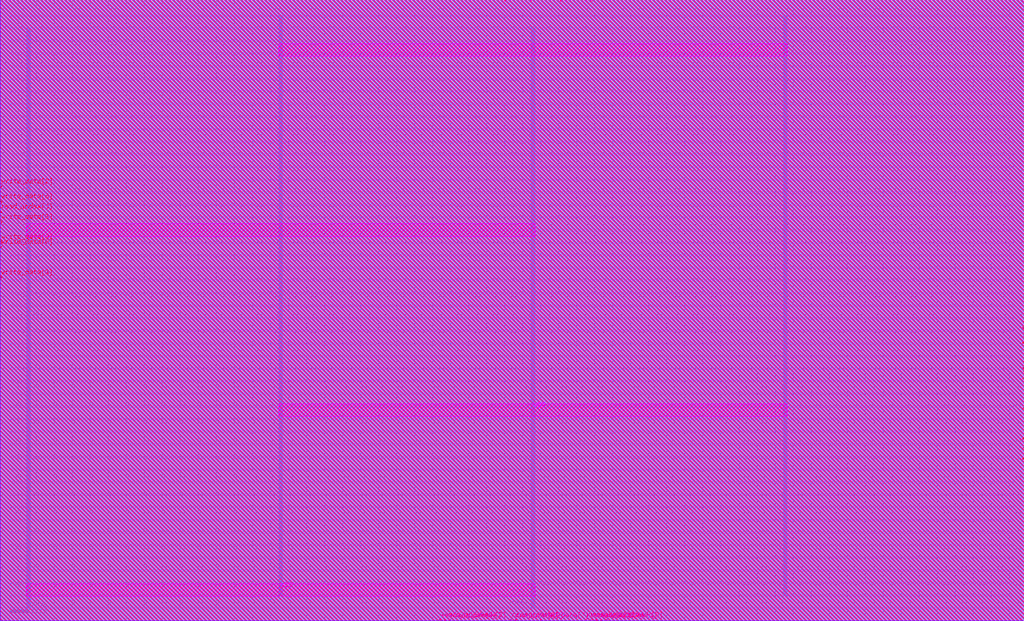
<source format=lef>
VERSION 5.8 ;
BUSBITCHARS "[]" ;
DIVIDERCHAR "/" ;
UNITS
    DATABASE MICRONS 2000 ;
END UNITS
MACRO SmallBuffer32
  FOREIGN SmallBuffer32 0 0 ;
  CLASS BLOCK ;
  SIZE 113.645 BY 68.985 ;
  PIN VSS
    USE GROUND ;
    DIRECTION INOUT ;
    PORT
      LAYER metal7 ;
        RECT  2.9 42.7 59.38 44.1 ;
        RECT  2.9 2.7 59.38 4.1 ;
      LAYER metal4 ;
        RECT  58.9 1.315 59.38 65.885 ;
        RECT  2.9 1.315 3.38 65.885 ;
      LAYER metal1 ;
        RECT  1.14 65.715 112.48 65.885 ;
        RECT  1.14 62.915 112.48 63.085 ;
        RECT  1.14 60.115 112.48 60.285 ;
        RECT  1.14 57.315 112.48 57.485 ;
        RECT  1.14 54.515 112.48 54.685 ;
        RECT  1.14 51.715 112.48 51.885 ;
        RECT  1.14 48.915 112.48 49.085 ;
        RECT  1.14 46.115 112.48 46.285 ;
        RECT  1.14 43.315 112.48 43.485 ;
        RECT  1.14 40.515 112.48 40.685 ;
        RECT  1.14 37.715 112.48 37.885 ;
        RECT  1.14 34.915 112.48 35.085 ;
        RECT  1.14 32.115 112.48 32.285 ;
        RECT  1.14 29.315 112.48 29.485 ;
        RECT  1.14 26.515 112.48 26.685 ;
        RECT  1.14 23.715 112.48 23.885 ;
        RECT  1.14 20.915 112.48 21.085 ;
        RECT  1.14 18.115 112.48 18.285 ;
        RECT  1.14 15.315 112.48 15.485 ;
        RECT  1.14 12.515 112.48 12.685 ;
        RECT  1.14 9.715 112.48 9.885 ;
        RECT  1.14 6.915 112.48 7.085 ;
        RECT  1.14 4.115 112.48 4.285 ;
        RECT  1.14 1.315 112.48 1.485 ;
      VIA 59.14 43.4 via6_7_960_2800_4_1_600_600 ;
      VIA 59.14 43.4 via5_6_960_2800_5_2_600_600 ;
      VIA 59.14 43.4 via4_5_960_2800_5_2_600_600 ;
      VIA 59.14 3.4 via6_7_960_2800_4_1_600_600 ;
      VIA 59.14 3.4 via5_6_960_2800_5_2_600_600 ;
      VIA 59.14 3.4 via4_5_960_2800_5_2_600_600 ;
      VIA 3.14 43.4 via6_7_960_2800_4_1_600_600 ;
      VIA 3.14 43.4 via5_6_960_2800_5_2_600_600 ;
      VIA 3.14 43.4 via4_5_960_2800_5_2_600_600 ;
      VIA 3.14 3.4 via6_7_960_2800_4_1_600_600 ;
      VIA 3.14 3.4 via5_6_960_2800_5_2_600_600 ;
      VIA 3.14 3.4 via4_5_960_2800_5_2_600_600 ;
      VIA 59.14 65.8 via3_4_960_340_1_3_320_320 ;
      VIA 59.14 65.8 via2_3_960_340_1_3_320_320 ;
      VIA 59.14 65.8 via1_2_960_340_1_3_300_300 ;
      VIA 59.14 63 via3_4_960_340_1_3_320_320 ;
      VIA 59.14 63 via2_3_960_340_1_3_320_320 ;
      VIA 59.14 63 via1_2_960_340_1_3_300_300 ;
      VIA 59.14 60.2 via3_4_960_340_1_3_320_320 ;
      VIA 59.14 60.2 via2_3_960_340_1_3_320_320 ;
      VIA 59.14 60.2 via1_2_960_340_1_3_300_300 ;
      VIA 59.14 57.4 via3_4_960_340_1_3_320_320 ;
      VIA 59.14 57.4 via2_3_960_340_1_3_320_320 ;
      VIA 59.14 57.4 via1_2_960_340_1_3_300_300 ;
      VIA 59.14 54.6 via3_4_960_340_1_3_320_320 ;
      VIA 59.14 54.6 via2_3_960_340_1_3_320_320 ;
      VIA 59.14 54.6 via1_2_960_340_1_3_300_300 ;
      VIA 59.14 51.8 via3_4_960_340_1_3_320_320 ;
      VIA 59.14 51.8 via2_3_960_340_1_3_320_320 ;
      VIA 59.14 51.8 via1_2_960_340_1_3_300_300 ;
      VIA 59.14 49 via3_4_960_340_1_3_320_320 ;
      VIA 59.14 49 via2_3_960_340_1_3_320_320 ;
      VIA 59.14 49 via1_2_960_340_1_3_300_300 ;
      VIA 59.14 46.2 via3_4_960_340_1_3_320_320 ;
      VIA 59.14 46.2 via2_3_960_340_1_3_320_320 ;
      VIA 59.14 46.2 via1_2_960_340_1_3_300_300 ;
      VIA 59.14 43.4 via3_4_960_340_1_3_320_320 ;
      VIA 59.14 43.4 via2_3_960_340_1_3_320_320 ;
      VIA 59.14 43.4 via1_2_960_340_1_3_300_300 ;
      VIA 59.14 40.6 via3_4_960_340_1_3_320_320 ;
      VIA 59.14 40.6 via2_3_960_340_1_3_320_320 ;
      VIA 59.14 40.6 via1_2_960_340_1_3_300_300 ;
      VIA 59.14 37.8 via3_4_960_340_1_3_320_320 ;
      VIA 59.14 37.8 via2_3_960_340_1_3_320_320 ;
      VIA 59.14 37.8 via1_2_960_340_1_3_300_300 ;
      VIA 59.14 35 via3_4_960_340_1_3_320_320 ;
      VIA 59.14 35 via2_3_960_340_1_3_320_320 ;
      VIA 59.14 35 via1_2_960_340_1_3_300_300 ;
      VIA 59.14 32.2 via3_4_960_340_1_3_320_320 ;
      VIA 59.14 32.2 via2_3_960_340_1_3_320_320 ;
      VIA 59.14 32.2 via1_2_960_340_1_3_300_300 ;
      VIA 59.14 29.4 via3_4_960_340_1_3_320_320 ;
      VIA 59.14 29.4 via2_3_960_340_1_3_320_320 ;
      VIA 59.14 29.4 via1_2_960_340_1_3_300_300 ;
      VIA 59.14 26.6 via3_4_960_340_1_3_320_320 ;
      VIA 59.14 26.6 via2_3_960_340_1_3_320_320 ;
      VIA 59.14 26.6 via1_2_960_340_1_3_300_300 ;
      VIA 59.14 23.8 via3_4_960_340_1_3_320_320 ;
      VIA 59.14 23.8 via2_3_960_340_1_3_320_320 ;
      VIA 59.14 23.8 via1_2_960_340_1_3_300_300 ;
      VIA 59.14 21 via3_4_960_340_1_3_320_320 ;
      VIA 59.14 21 via2_3_960_340_1_3_320_320 ;
      VIA 59.14 21 via1_2_960_340_1_3_300_300 ;
      VIA 59.14 18.2 via3_4_960_340_1_3_320_320 ;
      VIA 59.14 18.2 via2_3_960_340_1_3_320_320 ;
      VIA 59.14 18.2 via1_2_960_340_1_3_300_300 ;
      VIA 59.14 15.4 via3_4_960_340_1_3_320_320 ;
      VIA 59.14 15.4 via2_3_960_340_1_3_320_320 ;
      VIA 59.14 15.4 via1_2_960_340_1_3_300_300 ;
      VIA 59.14 12.6 via3_4_960_340_1_3_320_320 ;
      VIA 59.14 12.6 via2_3_960_340_1_3_320_320 ;
      VIA 59.14 12.6 via1_2_960_340_1_3_300_300 ;
      VIA 59.14 9.8 via3_4_960_340_1_3_320_320 ;
      VIA 59.14 9.8 via2_3_960_340_1_3_320_320 ;
      VIA 59.14 9.8 via1_2_960_340_1_3_300_300 ;
      VIA 59.14 7 via3_4_960_340_1_3_320_320 ;
      VIA 59.14 7 via2_3_960_340_1_3_320_320 ;
      VIA 59.14 7 via1_2_960_340_1_3_300_300 ;
      VIA 59.14 4.2 via3_4_960_340_1_3_320_320 ;
      VIA 59.14 4.2 via2_3_960_340_1_3_320_320 ;
      VIA 59.14 4.2 via1_2_960_340_1_3_300_300 ;
      VIA 59.14 1.4 via3_4_960_340_1_3_320_320 ;
      VIA 59.14 1.4 via2_3_960_340_1_3_320_320 ;
      VIA 59.14 1.4 via1_2_960_340_1_3_300_300 ;
      VIA 3.14 65.8 via3_4_960_340_1_3_320_320 ;
      VIA 3.14 65.8 via2_3_960_340_1_3_320_320 ;
      VIA 3.14 65.8 via1_2_960_340_1_3_300_300 ;
      VIA 3.14 63 via3_4_960_340_1_3_320_320 ;
      VIA 3.14 63 via2_3_960_340_1_3_320_320 ;
      VIA 3.14 63 via1_2_960_340_1_3_300_300 ;
      VIA 3.14 60.2 via3_4_960_340_1_3_320_320 ;
      VIA 3.14 60.2 via2_3_960_340_1_3_320_320 ;
      VIA 3.14 60.2 via1_2_960_340_1_3_300_300 ;
      VIA 3.14 57.4 via3_4_960_340_1_3_320_320 ;
      VIA 3.14 57.4 via2_3_960_340_1_3_320_320 ;
      VIA 3.14 57.4 via1_2_960_340_1_3_300_300 ;
      VIA 3.14 54.6 via3_4_960_340_1_3_320_320 ;
      VIA 3.14 54.6 via2_3_960_340_1_3_320_320 ;
      VIA 3.14 54.6 via1_2_960_340_1_3_300_300 ;
      VIA 3.14 51.8 via3_4_960_340_1_3_320_320 ;
      VIA 3.14 51.8 via2_3_960_340_1_3_320_320 ;
      VIA 3.14 51.8 via1_2_960_340_1_3_300_300 ;
      VIA 3.14 49 via3_4_960_340_1_3_320_320 ;
      VIA 3.14 49 via2_3_960_340_1_3_320_320 ;
      VIA 3.14 49 via1_2_960_340_1_3_300_300 ;
      VIA 3.14 46.2 via3_4_960_340_1_3_320_320 ;
      VIA 3.14 46.2 via2_3_960_340_1_3_320_320 ;
      VIA 3.14 46.2 via1_2_960_340_1_3_300_300 ;
      VIA 3.14 43.4 via3_4_960_340_1_3_320_320 ;
      VIA 3.14 43.4 via2_3_960_340_1_3_320_320 ;
      VIA 3.14 43.4 via1_2_960_340_1_3_300_300 ;
      VIA 3.14 40.6 via3_4_960_340_1_3_320_320 ;
      VIA 3.14 40.6 via2_3_960_340_1_3_320_320 ;
      VIA 3.14 40.6 via1_2_960_340_1_3_300_300 ;
      VIA 3.14 37.8 via3_4_960_340_1_3_320_320 ;
      VIA 3.14 37.8 via2_3_960_340_1_3_320_320 ;
      VIA 3.14 37.8 via1_2_960_340_1_3_300_300 ;
      VIA 3.14 35 via3_4_960_340_1_3_320_320 ;
      VIA 3.14 35 via2_3_960_340_1_3_320_320 ;
      VIA 3.14 35 via1_2_960_340_1_3_300_300 ;
      VIA 3.14 32.2 via3_4_960_340_1_3_320_320 ;
      VIA 3.14 32.2 via2_3_960_340_1_3_320_320 ;
      VIA 3.14 32.2 via1_2_960_340_1_3_300_300 ;
      VIA 3.14 29.4 via3_4_960_340_1_3_320_320 ;
      VIA 3.14 29.4 via2_3_960_340_1_3_320_320 ;
      VIA 3.14 29.4 via1_2_960_340_1_3_300_300 ;
      VIA 3.14 26.6 via3_4_960_340_1_3_320_320 ;
      VIA 3.14 26.6 via2_3_960_340_1_3_320_320 ;
      VIA 3.14 26.6 via1_2_960_340_1_3_300_300 ;
      VIA 3.14 23.8 via3_4_960_340_1_3_320_320 ;
      VIA 3.14 23.8 via2_3_960_340_1_3_320_320 ;
      VIA 3.14 23.8 via1_2_960_340_1_3_300_300 ;
      VIA 3.14 21 via3_4_960_340_1_3_320_320 ;
      VIA 3.14 21 via2_3_960_340_1_3_320_320 ;
      VIA 3.14 21 via1_2_960_340_1_3_300_300 ;
      VIA 3.14 18.2 via3_4_960_340_1_3_320_320 ;
      VIA 3.14 18.2 via2_3_960_340_1_3_320_320 ;
      VIA 3.14 18.2 via1_2_960_340_1_3_300_300 ;
      VIA 3.14 15.4 via3_4_960_340_1_3_320_320 ;
      VIA 3.14 15.4 via2_3_960_340_1_3_320_320 ;
      VIA 3.14 15.4 via1_2_960_340_1_3_300_300 ;
      VIA 3.14 12.6 via3_4_960_340_1_3_320_320 ;
      VIA 3.14 12.6 via2_3_960_340_1_3_320_320 ;
      VIA 3.14 12.6 via1_2_960_340_1_3_300_300 ;
      VIA 3.14 9.8 via3_4_960_340_1_3_320_320 ;
      VIA 3.14 9.8 via2_3_960_340_1_3_320_320 ;
      VIA 3.14 9.8 via1_2_960_340_1_3_300_300 ;
      VIA 3.14 7 via3_4_960_340_1_3_320_320 ;
      VIA 3.14 7 via2_3_960_340_1_3_320_320 ;
      VIA 3.14 7 via1_2_960_340_1_3_300_300 ;
      VIA 3.14 4.2 via3_4_960_340_1_3_320_320 ;
      VIA 3.14 4.2 via2_3_960_340_1_3_320_320 ;
      VIA 3.14 4.2 via1_2_960_340_1_3_300_300 ;
      VIA 3.14 1.4 via3_4_960_340_1_3_320_320 ;
      VIA 3.14 1.4 via2_3_960_340_1_3_320_320 ;
      VIA 3.14 1.4 via1_2_960_340_1_3_300_300 ;
    END
  END VSS
  PIN VDD
    USE POWER ;
    DIRECTION INOUT ;
    PORT
      LAYER metal7 ;
        RECT  30.9 62.7 87.38 64.1 ;
        RECT  30.9 22.7 87.38 24.1 ;
      LAYER metal4 ;
        RECT  86.9 2.715 87.38 67.285 ;
        RECT  30.9 2.715 31.38 67.285 ;
      LAYER metal1 ;
        RECT  1.14 67.115 112.48 67.285 ;
        RECT  1.14 64.315 112.48 64.485 ;
        RECT  1.14 61.515 112.48 61.685 ;
        RECT  1.14 58.715 112.48 58.885 ;
        RECT  1.14 55.915 112.48 56.085 ;
        RECT  1.14 53.115 112.48 53.285 ;
        RECT  1.14 50.315 112.48 50.485 ;
        RECT  1.14 47.515 112.48 47.685 ;
        RECT  1.14 44.715 112.48 44.885 ;
        RECT  1.14 41.915 112.48 42.085 ;
        RECT  1.14 39.115 112.48 39.285 ;
        RECT  1.14 36.315 112.48 36.485 ;
        RECT  1.14 33.515 112.48 33.685 ;
        RECT  1.14 30.715 112.48 30.885 ;
        RECT  1.14 27.915 112.48 28.085 ;
        RECT  1.14 25.115 112.48 25.285 ;
        RECT  1.14 22.315 112.48 22.485 ;
        RECT  1.14 19.515 112.48 19.685 ;
        RECT  1.14 16.715 112.48 16.885 ;
        RECT  1.14 13.915 112.48 14.085 ;
        RECT  1.14 11.115 112.48 11.285 ;
        RECT  1.14 8.315 112.48 8.485 ;
        RECT  1.14 5.515 112.48 5.685 ;
        RECT  1.14 2.715 112.48 2.885 ;
      VIA 87.14 63.4 via6_7_960_2800_4_1_600_600 ;
      VIA 87.14 63.4 via5_6_960_2800_5_2_600_600 ;
      VIA 87.14 63.4 via4_5_960_2800_5_2_600_600 ;
      VIA 87.14 23.4 via6_7_960_2800_4_1_600_600 ;
      VIA 87.14 23.4 via5_6_960_2800_5_2_600_600 ;
      VIA 87.14 23.4 via4_5_960_2800_5_2_600_600 ;
      VIA 31.14 63.4 via6_7_960_2800_4_1_600_600 ;
      VIA 31.14 63.4 via5_6_960_2800_5_2_600_600 ;
      VIA 31.14 63.4 via4_5_960_2800_5_2_600_600 ;
      VIA 31.14 23.4 via6_7_960_2800_4_1_600_600 ;
      VIA 31.14 23.4 via5_6_960_2800_5_2_600_600 ;
      VIA 31.14 23.4 via4_5_960_2800_5_2_600_600 ;
      VIA 87.14 67.2 via3_4_960_340_1_3_320_320 ;
      VIA 87.14 67.2 via2_3_960_340_1_3_320_320 ;
      VIA 87.14 67.2 via1_2_960_340_1_3_300_300 ;
      VIA 87.14 64.4 via3_4_960_340_1_3_320_320 ;
      VIA 87.14 64.4 via2_3_960_340_1_3_320_320 ;
      VIA 87.14 64.4 via1_2_960_340_1_3_300_300 ;
      VIA 87.14 61.6 via3_4_960_340_1_3_320_320 ;
      VIA 87.14 61.6 via2_3_960_340_1_3_320_320 ;
      VIA 87.14 61.6 via1_2_960_340_1_3_300_300 ;
      VIA 87.14 58.8 via3_4_960_340_1_3_320_320 ;
      VIA 87.14 58.8 via2_3_960_340_1_3_320_320 ;
      VIA 87.14 58.8 via1_2_960_340_1_3_300_300 ;
      VIA 87.14 56 via3_4_960_340_1_3_320_320 ;
      VIA 87.14 56 via2_3_960_340_1_3_320_320 ;
      VIA 87.14 56 via1_2_960_340_1_3_300_300 ;
      VIA 87.14 53.2 via3_4_960_340_1_3_320_320 ;
      VIA 87.14 53.2 via2_3_960_340_1_3_320_320 ;
      VIA 87.14 53.2 via1_2_960_340_1_3_300_300 ;
      VIA 87.14 50.4 via3_4_960_340_1_3_320_320 ;
      VIA 87.14 50.4 via2_3_960_340_1_3_320_320 ;
      VIA 87.14 50.4 via1_2_960_340_1_3_300_300 ;
      VIA 87.14 47.6 via3_4_960_340_1_3_320_320 ;
      VIA 87.14 47.6 via2_3_960_340_1_3_320_320 ;
      VIA 87.14 47.6 via1_2_960_340_1_3_300_300 ;
      VIA 87.14 44.8 via3_4_960_340_1_3_320_320 ;
      VIA 87.14 44.8 via2_3_960_340_1_3_320_320 ;
      VIA 87.14 44.8 via1_2_960_340_1_3_300_300 ;
      VIA 87.14 42 via3_4_960_340_1_3_320_320 ;
      VIA 87.14 42 via2_3_960_340_1_3_320_320 ;
      VIA 87.14 42 via1_2_960_340_1_3_300_300 ;
      VIA 87.14 39.2 via3_4_960_340_1_3_320_320 ;
      VIA 87.14 39.2 via2_3_960_340_1_3_320_320 ;
      VIA 87.14 39.2 via1_2_960_340_1_3_300_300 ;
      VIA 87.14 36.4 via3_4_960_340_1_3_320_320 ;
      VIA 87.14 36.4 via2_3_960_340_1_3_320_320 ;
      VIA 87.14 36.4 via1_2_960_340_1_3_300_300 ;
      VIA 87.14 33.6 via3_4_960_340_1_3_320_320 ;
      VIA 87.14 33.6 via2_3_960_340_1_3_320_320 ;
      VIA 87.14 33.6 via1_2_960_340_1_3_300_300 ;
      VIA 87.14 30.8 via3_4_960_340_1_3_320_320 ;
      VIA 87.14 30.8 via2_3_960_340_1_3_320_320 ;
      VIA 87.14 30.8 via1_2_960_340_1_3_300_300 ;
      VIA 87.14 28 via3_4_960_340_1_3_320_320 ;
      VIA 87.14 28 via2_3_960_340_1_3_320_320 ;
      VIA 87.14 28 via1_2_960_340_1_3_300_300 ;
      VIA 87.14 25.2 via3_4_960_340_1_3_320_320 ;
      VIA 87.14 25.2 via2_3_960_340_1_3_320_320 ;
      VIA 87.14 25.2 via1_2_960_340_1_3_300_300 ;
      VIA 87.14 22.4 via3_4_960_340_1_3_320_320 ;
      VIA 87.14 22.4 via2_3_960_340_1_3_320_320 ;
      VIA 87.14 22.4 via1_2_960_340_1_3_300_300 ;
      VIA 87.14 19.6 via3_4_960_340_1_3_320_320 ;
      VIA 87.14 19.6 via2_3_960_340_1_3_320_320 ;
      VIA 87.14 19.6 via1_2_960_340_1_3_300_300 ;
      VIA 87.14 16.8 via3_4_960_340_1_3_320_320 ;
      VIA 87.14 16.8 via2_3_960_340_1_3_320_320 ;
      VIA 87.14 16.8 via1_2_960_340_1_3_300_300 ;
      VIA 87.14 14 via3_4_960_340_1_3_320_320 ;
      VIA 87.14 14 via2_3_960_340_1_3_320_320 ;
      VIA 87.14 14 via1_2_960_340_1_3_300_300 ;
      VIA 87.14 11.2 via3_4_960_340_1_3_320_320 ;
      VIA 87.14 11.2 via2_3_960_340_1_3_320_320 ;
      VIA 87.14 11.2 via1_2_960_340_1_3_300_300 ;
      VIA 87.14 8.4 via3_4_960_340_1_3_320_320 ;
      VIA 87.14 8.4 via2_3_960_340_1_3_320_320 ;
      VIA 87.14 8.4 via1_2_960_340_1_3_300_300 ;
      VIA 87.14 5.6 via3_4_960_340_1_3_320_320 ;
      VIA 87.14 5.6 via2_3_960_340_1_3_320_320 ;
      VIA 87.14 5.6 via1_2_960_340_1_3_300_300 ;
      VIA 87.14 2.8 via3_4_960_340_1_3_320_320 ;
      VIA 87.14 2.8 via2_3_960_340_1_3_320_320 ;
      VIA 87.14 2.8 via1_2_960_340_1_3_300_300 ;
      VIA 31.14 67.2 via3_4_960_340_1_3_320_320 ;
      VIA 31.14 67.2 via2_3_960_340_1_3_320_320 ;
      VIA 31.14 67.2 via1_2_960_340_1_3_300_300 ;
      VIA 31.14 64.4 via3_4_960_340_1_3_320_320 ;
      VIA 31.14 64.4 via2_3_960_340_1_3_320_320 ;
      VIA 31.14 64.4 via1_2_960_340_1_3_300_300 ;
      VIA 31.14 61.6 via3_4_960_340_1_3_320_320 ;
      VIA 31.14 61.6 via2_3_960_340_1_3_320_320 ;
      VIA 31.14 61.6 via1_2_960_340_1_3_300_300 ;
      VIA 31.14 58.8 via3_4_960_340_1_3_320_320 ;
      VIA 31.14 58.8 via2_3_960_340_1_3_320_320 ;
      VIA 31.14 58.8 via1_2_960_340_1_3_300_300 ;
      VIA 31.14 56 via3_4_960_340_1_3_320_320 ;
      VIA 31.14 56 via2_3_960_340_1_3_320_320 ;
      VIA 31.14 56 via1_2_960_340_1_3_300_300 ;
      VIA 31.14 53.2 via3_4_960_340_1_3_320_320 ;
      VIA 31.14 53.2 via2_3_960_340_1_3_320_320 ;
      VIA 31.14 53.2 via1_2_960_340_1_3_300_300 ;
      VIA 31.14 50.4 via3_4_960_340_1_3_320_320 ;
      VIA 31.14 50.4 via2_3_960_340_1_3_320_320 ;
      VIA 31.14 50.4 via1_2_960_340_1_3_300_300 ;
      VIA 31.14 47.6 via3_4_960_340_1_3_320_320 ;
      VIA 31.14 47.6 via2_3_960_340_1_3_320_320 ;
      VIA 31.14 47.6 via1_2_960_340_1_3_300_300 ;
      VIA 31.14 44.8 via3_4_960_340_1_3_320_320 ;
      VIA 31.14 44.8 via2_3_960_340_1_3_320_320 ;
      VIA 31.14 44.8 via1_2_960_340_1_3_300_300 ;
      VIA 31.14 42 via3_4_960_340_1_3_320_320 ;
      VIA 31.14 42 via2_3_960_340_1_3_320_320 ;
      VIA 31.14 42 via1_2_960_340_1_3_300_300 ;
      VIA 31.14 39.2 via3_4_960_340_1_3_320_320 ;
      VIA 31.14 39.2 via2_3_960_340_1_3_320_320 ;
      VIA 31.14 39.2 via1_2_960_340_1_3_300_300 ;
      VIA 31.14 36.4 via3_4_960_340_1_3_320_320 ;
      VIA 31.14 36.4 via2_3_960_340_1_3_320_320 ;
      VIA 31.14 36.4 via1_2_960_340_1_3_300_300 ;
      VIA 31.14 33.6 via3_4_960_340_1_3_320_320 ;
      VIA 31.14 33.6 via2_3_960_340_1_3_320_320 ;
      VIA 31.14 33.6 via1_2_960_340_1_3_300_300 ;
      VIA 31.14 30.8 via3_4_960_340_1_3_320_320 ;
      VIA 31.14 30.8 via2_3_960_340_1_3_320_320 ;
      VIA 31.14 30.8 via1_2_960_340_1_3_300_300 ;
      VIA 31.14 28 via3_4_960_340_1_3_320_320 ;
      VIA 31.14 28 via2_3_960_340_1_3_320_320 ;
      VIA 31.14 28 via1_2_960_340_1_3_300_300 ;
      VIA 31.14 25.2 via3_4_960_340_1_3_320_320 ;
      VIA 31.14 25.2 via2_3_960_340_1_3_320_320 ;
      VIA 31.14 25.2 via1_2_960_340_1_3_300_300 ;
      VIA 31.14 22.4 via3_4_960_340_1_3_320_320 ;
      VIA 31.14 22.4 via2_3_960_340_1_3_320_320 ;
      VIA 31.14 22.4 via1_2_960_340_1_3_300_300 ;
      VIA 31.14 19.6 via3_4_960_340_1_3_320_320 ;
      VIA 31.14 19.6 via2_3_960_340_1_3_320_320 ;
      VIA 31.14 19.6 via1_2_960_340_1_3_300_300 ;
      VIA 31.14 16.8 via3_4_960_340_1_3_320_320 ;
      VIA 31.14 16.8 via2_3_960_340_1_3_320_320 ;
      VIA 31.14 16.8 via1_2_960_340_1_3_300_300 ;
      VIA 31.14 14 via3_4_960_340_1_3_320_320 ;
      VIA 31.14 14 via2_3_960_340_1_3_320_320 ;
      VIA 31.14 14 via1_2_960_340_1_3_300_300 ;
      VIA 31.14 11.2 via3_4_960_340_1_3_320_320 ;
      VIA 31.14 11.2 via2_3_960_340_1_3_320_320 ;
      VIA 31.14 11.2 via1_2_960_340_1_3_300_300 ;
      VIA 31.14 8.4 via3_4_960_340_1_3_320_320 ;
      VIA 31.14 8.4 via2_3_960_340_1_3_320_320 ;
      VIA 31.14 8.4 via1_2_960_340_1_3_300_300 ;
      VIA 31.14 5.6 via3_4_960_340_1_3_320_320 ;
      VIA 31.14 5.6 via2_3_960_340_1_3_320_320 ;
      VIA 31.14 5.6 via1_2_960_340_1_3_300_300 ;
      VIA 31.14 2.8 via3_4_960_340_1_3_320_320 ;
      VIA 31.14 2.8 via2_3_960_340_1_3_320_320 ;
      VIA 31.14 2.8 via1_2_960_340_1_3_300_300 ;
    END
  END VDD
  PIN clk
    DIRECTION INPUT ;
    USE SIGNAL ;
    PORT
      LAYER metal5 ;
        RECT  113.505 17.92 113.645 18.06 ;
    END
  END clk
  PIN enable_write
    DIRECTION INPUT ;
    USE SIGNAL ;
    PORT
      LAYER metal6 ;
        RECT  65.545 0 65.685 0.14 ;
    END
  END enable_write
  PIN read_data[0]
    DIRECTION OUTPUT ;
    USE SIGNAL ;
    PORT
      LAYER metal6 ;
        RECT  56.585 0 56.725 0.14 ;
    END
  END read_data[0]
  PIN read_data[1]
    DIRECTION OUTPUT ;
    USE SIGNAL ;
    PORT
      LAYER metal6 ;
        RECT  64.985 0 65.125 0.14 ;
    END
  END read_data[1]
  PIN read_data[2]
    DIRECTION OUTPUT ;
    USE SIGNAL ;
    PORT
      LAYER metal6 ;
        RECT  66.105 0 66.245 0.14 ;
    END
  END read_data[2]
  PIN read_data[3]
    DIRECTION OUTPUT ;
    USE SIGNAL ;
    PORT
      LAYER metal6 ;
        RECT  64.985 68.845 65.125 68.985 ;
    END
  END read_data[3]
  PIN read_data[4]
    DIRECTION OUTPUT ;
    USE SIGNAL ;
    PORT
      LAYER metal6 ;
        RECT  58.825 68.845 58.965 68.985 ;
    END
  END read_data[4]
  PIN read_data[5]
    DIRECTION OUTPUT ;
    USE SIGNAL ;
    PORT
      LAYER metal6 ;
        RECT  56.025 68.845 56.165 68.985 ;
    END
  END read_data[5]
  PIN read_data[6]
    DIRECTION OUTPUT ;
    USE SIGNAL ;
    PORT
      LAYER metal6 ;
        RECT  65.545 68.845 65.685 68.985 ;
    END
  END read_data[6]
  PIN read_data[7]
    DIRECTION OUTPUT ;
    USE SIGNAL ;
    PORT
      LAYER metal6 ;
        RECT  59.945 0 60.085 0.14 ;
    END
  END read_data[7]
  PIN read_data[8]
    DIRECTION OUTPUT ;
    USE SIGNAL ;
    PORT
      LAYER metal6 ;
        RECT  62.745 68.845 62.885 68.985 ;
    END
  END read_data[8]
  PIN read_data[9]
    DIRECTION OUTPUT ;
    USE SIGNAL ;
    PORT
      LAYER metal6 ;
        RECT  57.145 0 57.285 0.14 ;
    END
  END read_data[9]
  PIN read_index[0]
    DIRECTION INPUT ;
    USE SIGNAL ;
    PORT
      LAYER metal5 ;
        RECT  113.505 19.04 113.645 19.18 ;
    END
  END read_index[0]
  PIN read_index[1]
    DIRECTION INPUT ;
    USE SIGNAL ;
    PORT
      LAYER metal5 ;
        RECT  113.505 20.16 113.645 20.3 ;
    END
  END read_index[1]
  PIN read_index[2]
    DIRECTION INPUT ;
    USE SIGNAL ;
    PORT
      LAYER metal5 ;
        RECT  113.505 23.52 113.645 23.66 ;
    END
  END read_index[2]
  PIN read_index[3]
    DIRECTION INPUT ;
    USE SIGNAL ;
    PORT
      LAYER metal5 ;
        RECT  0 45.36 0.14 45.5 ;
    END
  END read_index[3]
  PIN read_index[4]
    DIRECTION INPUT ;
    USE SIGNAL ;
    PORT
      LAYER metal6 ;
        RECT  62.185 68.845 62.325 68.985 ;
    END
  END read_index[4]
  PIN write_data[0]
    DIRECTION INPUT ;
    USE SIGNAL ;
    PORT
      LAYER metal5 ;
        RECT  0 41.44 0.14 41.58 ;
    END
  END write_data[0]
  PIN write_data[1]
    DIRECTION INPUT ;
    USE SIGNAL ;
    PORT
      LAYER metal5 ;
        RECT  113.505 30.8 113.645 30.94 ;
    END
  END write_data[1]
  PIN write_data[2]
    DIRECTION INPUT ;
    USE SIGNAL ;
    PORT
      LAYER metal5 ;
        RECT  0 48.16 0.14 48.3 ;
    END
  END write_data[2]
  PIN write_data[3]
    DIRECTION INPUT ;
    USE SIGNAL ;
    PORT
      LAYER metal5 ;
        RECT  0 38.08 0.14 38.22 ;
    END
  END write_data[3]
  PIN write_data[4]
    DIRECTION INPUT ;
    USE SIGNAL ;
    PORT
      LAYER metal5 ;
        RECT  113.505 32.48 113.645 32.62 ;
    END
  END write_data[4]
  PIN write_data[5]
    DIRECTION INPUT ;
    USE SIGNAL ;
    PORT
      LAYER metal5 ;
        RECT  0 44.24 0.14 44.38 ;
    END
  END write_data[5]
  PIN write_data[6]
    DIRECTION INPUT ;
    USE SIGNAL ;
    PORT
      LAYER metal5 ;
        RECT  0 46.48 0.14 46.62 ;
    END
  END write_data[6]
  PIN write_data[7]
    DIRECTION INPUT ;
    USE SIGNAL ;
    PORT
      LAYER metal5 ;
        RECT  113.505 26.88 113.645 27.02 ;
    END
  END write_data[7]
  PIN write_data[8]
    DIRECTION INPUT ;
    USE SIGNAL ;
    PORT
      LAYER metal5 ;
        RECT  0 42 0.14 42.14 ;
    END
  END write_data[8]
  PIN write_data[9]
    DIRECTION INPUT ;
    USE SIGNAL ;
    PORT
      LAYER metal5 ;
        RECT  113.505 28 113.645 28.14 ;
    END
  END write_data[9]
  PIN write_index[0]
    DIRECTION INPUT ;
    USE SIGNAL ;
    PORT
      LAYER metal6 ;
        RECT  67.225 0 67.365 0.14 ;
    END
  END write_index[0]
  PIN write_index[1]
    DIRECTION INPUT ;
    USE SIGNAL ;
    PORT
      LAYER metal6 ;
        RECT  66.665 0 66.805 0.14 ;
    END
  END write_index[1]
  PIN write_index[2]
    DIRECTION INPUT ;
    USE SIGNAL ;
    PORT
      LAYER metal6 ;
        RECT  48.745 0 48.885 0.14 ;
    END
  END write_index[2]
  PIN write_index[3]
    DIRECTION INPUT ;
    USE SIGNAL ;
    PORT
      LAYER metal6 ;
        RECT  49.865 0 50.005 0.14 ;
    END
  END write_index[3]
  PIN write_index[4]
    DIRECTION INPUT ;
    USE SIGNAL ;
    PORT
      LAYER metal6 ;
        RECT  49.305 0 49.445 0.14 ;
    END
  END write_index[4]
  OBS
    LAYER metal1 ;
     RECT  0 0 113.645 68.985 ;
    LAYER metal2 ;
     RECT  0 0 113.645 68.985 ;
    LAYER metal3 ;
     RECT  0 0 113.645 68.985 ;
    LAYER metal4 ;
     RECT  0 0 113.645 68.985 ;
    LAYER metal5 ;
     RECT  0 0 113.645 68.985 ;
    LAYER metal6 ;
     RECT  0 0 113.645 68.985 ;
    LAYER metal7 ;
     RECT  0 0 113.645 68.985 ;
    LAYER metal9 ;
     RECT  0 0 113.645 68.985 ;
  END
END SmallBuffer32
END LIBRARY

</source>
